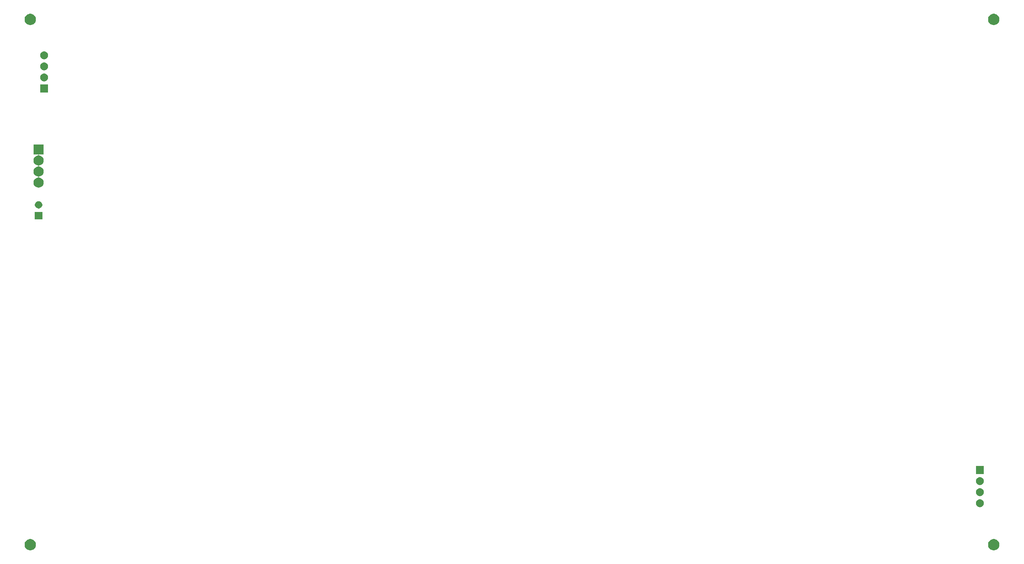
<source format=gbr>
G04 #@! TF.GenerationSoftware,KiCad,Pcbnew,(5.1.5-0-10_14)*
G04 #@! TF.CreationDate,2020-02-16T18:48:00-08:00*
G04 #@! TF.ProjectId,SpectrumAnayzerMini32,53706563-7472-4756-9d41-6e61797a6572,rev?*
G04 #@! TF.SameCoordinates,Original*
G04 #@! TF.FileFunction,Soldermask,Bot*
G04 #@! TF.FilePolarity,Negative*
%FSLAX46Y46*%
G04 Gerber Fmt 4.6, Leading zero omitted, Abs format (unit mm)*
G04 Created by KiCad (PCBNEW (5.1.5-0-10_14)) date 2020-02-16 18:48:00*
%MOMM*%
%LPD*%
G04 APERTURE LIST*
%ADD10C,0.100000*%
G04 APERTURE END LIST*
D10*
G36*
X245489487Y-149878996D02*
G01*
X245726253Y-149977068D01*
X245726255Y-149977069D01*
X245939339Y-150119447D01*
X246120553Y-150300661D01*
X246262932Y-150513747D01*
X246361004Y-150750513D01*
X246411000Y-151001861D01*
X246411000Y-151258139D01*
X246361004Y-151509487D01*
X246262932Y-151746253D01*
X246262931Y-151746255D01*
X246120553Y-151959339D01*
X245939339Y-152140553D01*
X245726255Y-152282931D01*
X245726254Y-152282932D01*
X245726253Y-152282932D01*
X245489487Y-152381004D01*
X245238139Y-152431000D01*
X244981861Y-152431000D01*
X244730513Y-152381004D01*
X244493747Y-152282932D01*
X244493746Y-152282932D01*
X244493745Y-152282931D01*
X244280661Y-152140553D01*
X244099447Y-151959339D01*
X243957069Y-151746255D01*
X243957068Y-151746253D01*
X243858996Y-151509487D01*
X243809000Y-151258139D01*
X243809000Y-151001861D01*
X243858996Y-150750513D01*
X243957068Y-150513747D01*
X244099447Y-150300661D01*
X244280661Y-150119447D01*
X244493745Y-149977069D01*
X244493747Y-149977068D01*
X244730513Y-149878996D01*
X244981861Y-149829000D01*
X245238139Y-149829000D01*
X245489487Y-149878996D01*
G37*
G36*
X24509487Y-149878996D02*
G01*
X24746253Y-149977068D01*
X24746255Y-149977069D01*
X24959339Y-150119447D01*
X25140553Y-150300661D01*
X25282932Y-150513747D01*
X25381004Y-150750513D01*
X25431000Y-151001861D01*
X25431000Y-151258139D01*
X25381004Y-151509487D01*
X25282932Y-151746253D01*
X25282931Y-151746255D01*
X25140553Y-151959339D01*
X24959339Y-152140553D01*
X24746255Y-152282931D01*
X24746254Y-152282932D01*
X24746253Y-152282932D01*
X24509487Y-152381004D01*
X24258139Y-152431000D01*
X24001861Y-152431000D01*
X23750513Y-152381004D01*
X23513747Y-152282932D01*
X23513746Y-152282932D01*
X23513745Y-152282931D01*
X23300661Y-152140553D01*
X23119447Y-151959339D01*
X22977069Y-151746255D01*
X22977068Y-151746253D01*
X22878996Y-151509487D01*
X22829000Y-151258139D01*
X22829000Y-151001861D01*
X22878996Y-150750513D01*
X22977068Y-150513747D01*
X23119447Y-150300661D01*
X23300661Y-150119447D01*
X23513745Y-149977069D01*
X23513747Y-149977068D01*
X23750513Y-149878996D01*
X24001861Y-149829000D01*
X24258139Y-149829000D01*
X24509487Y-149878996D01*
G37*
G36*
X242048512Y-140708927D02*
G01*
X242197812Y-140738624D01*
X242361784Y-140806544D01*
X242509354Y-140905147D01*
X242634853Y-141030646D01*
X242733456Y-141178216D01*
X242801376Y-141342188D01*
X242836000Y-141516259D01*
X242836000Y-141693741D01*
X242801376Y-141867812D01*
X242733456Y-142031784D01*
X242634853Y-142179354D01*
X242509354Y-142304853D01*
X242361784Y-142403456D01*
X242197812Y-142471376D01*
X242048512Y-142501073D01*
X242023742Y-142506000D01*
X241846258Y-142506000D01*
X241821488Y-142501073D01*
X241672188Y-142471376D01*
X241508216Y-142403456D01*
X241360646Y-142304853D01*
X241235147Y-142179354D01*
X241136544Y-142031784D01*
X241068624Y-141867812D01*
X241034000Y-141693741D01*
X241034000Y-141516259D01*
X241068624Y-141342188D01*
X241136544Y-141178216D01*
X241235147Y-141030646D01*
X241360646Y-140905147D01*
X241508216Y-140806544D01*
X241672188Y-140738624D01*
X241821488Y-140708927D01*
X241846258Y-140704000D01*
X242023742Y-140704000D01*
X242048512Y-140708927D01*
G37*
G36*
X242048512Y-138168927D02*
G01*
X242197812Y-138198624D01*
X242361784Y-138266544D01*
X242509354Y-138365147D01*
X242634853Y-138490646D01*
X242733456Y-138638216D01*
X242801376Y-138802188D01*
X242836000Y-138976259D01*
X242836000Y-139153741D01*
X242801376Y-139327812D01*
X242733456Y-139491784D01*
X242634853Y-139639354D01*
X242509354Y-139764853D01*
X242361784Y-139863456D01*
X242197812Y-139931376D01*
X242048512Y-139961073D01*
X242023742Y-139966000D01*
X241846258Y-139966000D01*
X241821488Y-139961073D01*
X241672188Y-139931376D01*
X241508216Y-139863456D01*
X241360646Y-139764853D01*
X241235147Y-139639354D01*
X241136544Y-139491784D01*
X241068624Y-139327812D01*
X241034000Y-139153741D01*
X241034000Y-138976259D01*
X241068624Y-138802188D01*
X241136544Y-138638216D01*
X241235147Y-138490646D01*
X241360646Y-138365147D01*
X241508216Y-138266544D01*
X241672188Y-138198624D01*
X241821488Y-138168927D01*
X241846258Y-138164000D01*
X242023742Y-138164000D01*
X242048512Y-138168927D01*
G37*
G36*
X242048512Y-135628927D02*
G01*
X242197812Y-135658624D01*
X242361784Y-135726544D01*
X242509354Y-135825147D01*
X242634853Y-135950646D01*
X242733456Y-136098216D01*
X242801376Y-136262188D01*
X242836000Y-136436259D01*
X242836000Y-136613741D01*
X242801376Y-136787812D01*
X242733456Y-136951784D01*
X242634853Y-137099354D01*
X242509354Y-137224853D01*
X242361784Y-137323456D01*
X242197812Y-137391376D01*
X242048512Y-137421073D01*
X242023742Y-137426000D01*
X241846258Y-137426000D01*
X241821488Y-137421073D01*
X241672188Y-137391376D01*
X241508216Y-137323456D01*
X241360646Y-137224853D01*
X241235147Y-137099354D01*
X241136544Y-136951784D01*
X241068624Y-136787812D01*
X241034000Y-136613741D01*
X241034000Y-136436259D01*
X241068624Y-136262188D01*
X241136544Y-136098216D01*
X241235147Y-135950646D01*
X241360646Y-135825147D01*
X241508216Y-135726544D01*
X241672188Y-135658624D01*
X241821488Y-135628927D01*
X241846258Y-135624000D01*
X242023742Y-135624000D01*
X242048512Y-135628927D01*
G37*
G36*
X242836000Y-134886000D02*
G01*
X241034000Y-134886000D01*
X241034000Y-133084000D01*
X242836000Y-133084000D01*
X242836000Y-134886000D01*
G37*
G36*
X26886000Y-76416000D02*
G01*
X25184000Y-76416000D01*
X25184000Y-74714000D01*
X26886000Y-74714000D01*
X26886000Y-76416000D01*
G37*
G36*
X26283228Y-72246703D02*
G01*
X26438100Y-72310853D01*
X26577481Y-72403985D01*
X26696015Y-72522519D01*
X26789147Y-72661900D01*
X26853297Y-72816772D01*
X26886000Y-72981184D01*
X26886000Y-73148816D01*
X26853297Y-73313228D01*
X26789147Y-73468100D01*
X26696015Y-73607481D01*
X26577481Y-73726015D01*
X26438100Y-73819147D01*
X26283228Y-73883297D01*
X26118816Y-73916000D01*
X25951184Y-73916000D01*
X25786772Y-73883297D01*
X25631900Y-73819147D01*
X25492519Y-73726015D01*
X25373985Y-73607481D01*
X25280853Y-73468100D01*
X25216703Y-73313228D01*
X25184000Y-73148816D01*
X25184000Y-72981184D01*
X25216703Y-72816772D01*
X25280853Y-72661900D01*
X25373985Y-72522519D01*
X25492519Y-72403985D01*
X25631900Y-72310853D01*
X25786772Y-72246703D01*
X25951184Y-72214000D01*
X26118816Y-72214000D01*
X26283228Y-72246703D01*
G37*
G36*
X27186000Y-61476000D02*
G01*
X26220993Y-61476000D01*
X26196607Y-61478402D01*
X26173158Y-61485515D01*
X26151547Y-61497066D01*
X26132605Y-61512611D01*
X26117060Y-61531553D01*
X26105509Y-61553164D01*
X26098396Y-61576613D01*
X26095994Y-61600999D01*
X26098396Y-61625385D01*
X26105509Y-61648834D01*
X26117060Y-61670445D01*
X26132605Y-61689387D01*
X26151547Y-61704932D01*
X26173158Y-61716483D01*
X26196608Y-61723596D01*
X26370734Y-61758232D01*
X26580203Y-61844997D01*
X26768720Y-61970960D01*
X26929040Y-62131280D01*
X27055003Y-62319797D01*
X27141768Y-62529266D01*
X27186000Y-62751636D01*
X27186000Y-62978364D01*
X27141768Y-63200734D01*
X27055003Y-63410203D01*
X26929040Y-63598720D01*
X26768720Y-63759040D01*
X26580203Y-63885003D01*
X26370734Y-63971768D01*
X26243161Y-63997144D01*
X26166448Y-64012403D01*
X26142999Y-64019516D01*
X26121388Y-64031067D01*
X26102446Y-64046612D01*
X26086901Y-64065554D01*
X26075350Y-64087165D01*
X26068237Y-64110614D01*
X26065835Y-64135000D01*
X26068237Y-64159386D01*
X26075350Y-64182835D01*
X26086901Y-64204446D01*
X26102446Y-64223388D01*
X26121388Y-64238933D01*
X26142999Y-64250484D01*
X26166448Y-64257597D01*
X26243161Y-64272856D01*
X26370734Y-64298232D01*
X26580203Y-64384997D01*
X26768720Y-64510960D01*
X26929040Y-64671280D01*
X27055003Y-64859797D01*
X27141768Y-65069266D01*
X27186000Y-65291636D01*
X27186000Y-65518364D01*
X27141768Y-65740734D01*
X27055003Y-65950203D01*
X26929040Y-66138720D01*
X26768720Y-66299040D01*
X26580203Y-66425003D01*
X26370734Y-66511768D01*
X26243161Y-66537144D01*
X26166448Y-66552403D01*
X26142999Y-66559516D01*
X26121388Y-66571067D01*
X26102446Y-66586612D01*
X26086901Y-66605554D01*
X26075350Y-66627165D01*
X26068237Y-66650614D01*
X26065835Y-66675000D01*
X26068237Y-66699386D01*
X26075350Y-66722835D01*
X26086901Y-66744446D01*
X26102446Y-66763388D01*
X26121388Y-66778933D01*
X26142999Y-66790484D01*
X26166448Y-66797597D01*
X26243161Y-66812856D01*
X26370734Y-66838232D01*
X26580203Y-66924997D01*
X26768720Y-67050960D01*
X26929040Y-67211280D01*
X27055003Y-67399797D01*
X27141768Y-67609266D01*
X27186000Y-67831636D01*
X27186000Y-68058364D01*
X27141768Y-68280734D01*
X27055003Y-68490203D01*
X26929040Y-68678720D01*
X26768720Y-68839040D01*
X26580203Y-68965003D01*
X26370734Y-69051768D01*
X26259549Y-69073884D01*
X26148365Y-69096000D01*
X25921635Y-69096000D01*
X25810451Y-69073884D01*
X25699266Y-69051768D01*
X25489797Y-68965003D01*
X25301280Y-68839040D01*
X25140960Y-68678720D01*
X25014997Y-68490203D01*
X24928232Y-68280734D01*
X24884000Y-68058364D01*
X24884000Y-67831636D01*
X24928232Y-67609266D01*
X25014997Y-67399797D01*
X25140960Y-67211280D01*
X25301280Y-67050960D01*
X25489797Y-66924997D01*
X25699266Y-66838232D01*
X25826839Y-66812856D01*
X25903552Y-66797597D01*
X25927001Y-66790484D01*
X25948612Y-66778933D01*
X25967554Y-66763388D01*
X25983099Y-66744446D01*
X25994650Y-66722835D01*
X26001763Y-66699386D01*
X26004165Y-66675000D01*
X26001763Y-66650614D01*
X25994650Y-66627165D01*
X25983099Y-66605554D01*
X25967554Y-66586612D01*
X25948612Y-66571067D01*
X25927001Y-66559516D01*
X25903552Y-66552403D01*
X25826839Y-66537144D01*
X25699266Y-66511768D01*
X25489797Y-66425003D01*
X25301280Y-66299040D01*
X25140960Y-66138720D01*
X25014997Y-65950203D01*
X24928232Y-65740734D01*
X24884000Y-65518364D01*
X24884000Y-65291636D01*
X24928232Y-65069266D01*
X25014997Y-64859797D01*
X25140960Y-64671280D01*
X25301280Y-64510960D01*
X25489797Y-64384997D01*
X25699266Y-64298232D01*
X25826839Y-64272856D01*
X25903552Y-64257597D01*
X25927001Y-64250484D01*
X25948612Y-64238933D01*
X25967554Y-64223388D01*
X25983099Y-64204446D01*
X25994650Y-64182835D01*
X26001763Y-64159386D01*
X26004165Y-64135000D01*
X26001763Y-64110614D01*
X25994650Y-64087165D01*
X25983099Y-64065554D01*
X25967554Y-64046612D01*
X25948612Y-64031067D01*
X25927001Y-64019516D01*
X25903552Y-64012403D01*
X25826839Y-63997144D01*
X25699266Y-63971768D01*
X25489797Y-63885003D01*
X25301280Y-63759040D01*
X25140960Y-63598720D01*
X25014997Y-63410203D01*
X24928232Y-63200734D01*
X24884000Y-62978364D01*
X24884000Y-62751636D01*
X24928232Y-62529266D01*
X25014997Y-62319797D01*
X25140960Y-62131280D01*
X25301280Y-61970960D01*
X25489797Y-61844997D01*
X25699266Y-61758232D01*
X25873392Y-61723596D01*
X25896842Y-61716483D01*
X25918453Y-61704932D01*
X25937395Y-61689387D01*
X25952940Y-61670445D01*
X25964491Y-61648834D01*
X25971604Y-61625385D01*
X25974006Y-61600999D01*
X25971604Y-61576613D01*
X25964491Y-61553164D01*
X25952940Y-61531553D01*
X25937395Y-61512611D01*
X25918453Y-61497066D01*
X25896842Y-61485515D01*
X25873393Y-61478402D01*
X25849007Y-61476000D01*
X24884000Y-61476000D01*
X24884000Y-59174000D01*
X27186000Y-59174000D01*
X27186000Y-61476000D01*
G37*
G36*
X28206000Y-47256000D02*
G01*
X26404000Y-47256000D01*
X26404000Y-45454000D01*
X28206000Y-45454000D01*
X28206000Y-47256000D01*
G37*
G36*
X27418512Y-42918927D02*
G01*
X27567812Y-42948624D01*
X27731784Y-43016544D01*
X27879354Y-43115147D01*
X28004853Y-43240646D01*
X28103456Y-43388216D01*
X28171376Y-43552188D01*
X28206000Y-43726259D01*
X28206000Y-43903741D01*
X28171376Y-44077812D01*
X28103456Y-44241784D01*
X28004853Y-44389354D01*
X27879354Y-44514853D01*
X27731784Y-44613456D01*
X27567812Y-44681376D01*
X27418512Y-44711073D01*
X27393742Y-44716000D01*
X27216258Y-44716000D01*
X27191488Y-44711073D01*
X27042188Y-44681376D01*
X26878216Y-44613456D01*
X26730646Y-44514853D01*
X26605147Y-44389354D01*
X26506544Y-44241784D01*
X26438624Y-44077812D01*
X26404000Y-43903741D01*
X26404000Y-43726259D01*
X26438624Y-43552188D01*
X26506544Y-43388216D01*
X26605147Y-43240646D01*
X26730646Y-43115147D01*
X26878216Y-43016544D01*
X27042188Y-42948624D01*
X27191488Y-42918927D01*
X27216258Y-42914000D01*
X27393742Y-42914000D01*
X27418512Y-42918927D01*
G37*
G36*
X27418512Y-40378927D02*
G01*
X27567812Y-40408624D01*
X27731784Y-40476544D01*
X27879354Y-40575147D01*
X28004853Y-40700646D01*
X28103456Y-40848216D01*
X28171376Y-41012188D01*
X28206000Y-41186259D01*
X28206000Y-41363741D01*
X28171376Y-41537812D01*
X28103456Y-41701784D01*
X28004853Y-41849354D01*
X27879354Y-41974853D01*
X27731784Y-42073456D01*
X27567812Y-42141376D01*
X27418512Y-42171073D01*
X27393742Y-42176000D01*
X27216258Y-42176000D01*
X27191488Y-42171073D01*
X27042188Y-42141376D01*
X26878216Y-42073456D01*
X26730646Y-41974853D01*
X26605147Y-41849354D01*
X26506544Y-41701784D01*
X26438624Y-41537812D01*
X26404000Y-41363741D01*
X26404000Y-41186259D01*
X26438624Y-41012188D01*
X26506544Y-40848216D01*
X26605147Y-40700646D01*
X26730646Y-40575147D01*
X26878216Y-40476544D01*
X27042188Y-40408624D01*
X27191488Y-40378927D01*
X27216258Y-40374000D01*
X27393742Y-40374000D01*
X27418512Y-40378927D01*
G37*
G36*
X27418512Y-37838927D02*
G01*
X27567812Y-37868624D01*
X27731784Y-37936544D01*
X27879354Y-38035147D01*
X28004853Y-38160646D01*
X28103456Y-38308216D01*
X28171376Y-38472188D01*
X28206000Y-38646259D01*
X28206000Y-38823741D01*
X28171376Y-38997812D01*
X28103456Y-39161784D01*
X28004853Y-39309354D01*
X27879354Y-39434853D01*
X27731784Y-39533456D01*
X27567812Y-39601376D01*
X27418512Y-39631073D01*
X27393742Y-39636000D01*
X27216258Y-39636000D01*
X27191488Y-39631073D01*
X27042188Y-39601376D01*
X26878216Y-39533456D01*
X26730646Y-39434853D01*
X26605147Y-39309354D01*
X26506544Y-39161784D01*
X26438624Y-38997812D01*
X26404000Y-38823741D01*
X26404000Y-38646259D01*
X26438624Y-38472188D01*
X26506544Y-38308216D01*
X26605147Y-38160646D01*
X26730646Y-38035147D01*
X26878216Y-37936544D01*
X27042188Y-37868624D01*
X27191488Y-37838927D01*
X27216258Y-37834000D01*
X27393742Y-37834000D01*
X27418512Y-37838927D01*
G37*
G36*
X245489487Y-29228996D02*
G01*
X245726253Y-29327068D01*
X245726255Y-29327069D01*
X245939339Y-29469447D01*
X246120553Y-29650661D01*
X246262932Y-29863747D01*
X246361004Y-30100513D01*
X246411000Y-30351861D01*
X246411000Y-30608139D01*
X246361004Y-30859487D01*
X246262932Y-31096253D01*
X246262931Y-31096255D01*
X246120553Y-31309339D01*
X245939339Y-31490553D01*
X245726255Y-31632931D01*
X245726254Y-31632932D01*
X245726253Y-31632932D01*
X245489487Y-31731004D01*
X245238139Y-31781000D01*
X244981861Y-31781000D01*
X244730513Y-31731004D01*
X244493747Y-31632932D01*
X244493746Y-31632932D01*
X244493745Y-31632931D01*
X244280661Y-31490553D01*
X244099447Y-31309339D01*
X243957069Y-31096255D01*
X243957068Y-31096253D01*
X243858996Y-30859487D01*
X243809000Y-30608139D01*
X243809000Y-30351861D01*
X243858996Y-30100513D01*
X243957068Y-29863747D01*
X244099447Y-29650661D01*
X244280661Y-29469447D01*
X244493745Y-29327069D01*
X244493747Y-29327068D01*
X244730513Y-29228996D01*
X244981861Y-29179000D01*
X245238139Y-29179000D01*
X245489487Y-29228996D01*
G37*
G36*
X24509487Y-29228996D02*
G01*
X24746253Y-29327068D01*
X24746255Y-29327069D01*
X24959339Y-29469447D01*
X25140553Y-29650661D01*
X25282932Y-29863747D01*
X25381004Y-30100513D01*
X25431000Y-30351861D01*
X25431000Y-30608139D01*
X25381004Y-30859487D01*
X25282932Y-31096253D01*
X25282931Y-31096255D01*
X25140553Y-31309339D01*
X24959339Y-31490553D01*
X24746255Y-31632931D01*
X24746254Y-31632932D01*
X24746253Y-31632932D01*
X24509487Y-31731004D01*
X24258139Y-31781000D01*
X24001861Y-31781000D01*
X23750513Y-31731004D01*
X23513747Y-31632932D01*
X23513746Y-31632932D01*
X23513745Y-31632931D01*
X23300661Y-31490553D01*
X23119447Y-31309339D01*
X22977069Y-31096255D01*
X22977068Y-31096253D01*
X22878996Y-30859487D01*
X22829000Y-30608139D01*
X22829000Y-30351861D01*
X22878996Y-30100513D01*
X22977068Y-29863747D01*
X23119447Y-29650661D01*
X23300661Y-29469447D01*
X23513745Y-29327069D01*
X23513747Y-29327068D01*
X23750513Y-29228996D01*
X24001861Y-29179000D01*
X24258139Y-29179000D01*
X24509487Y-29228996D01*
G37*
M02*

</source>
